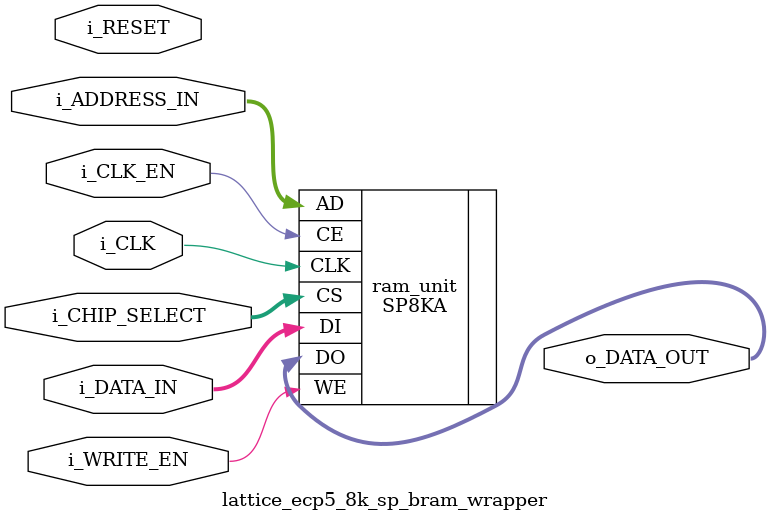
<source format=v>

module lattice_ecp5_8k_sp_bram_wrapper(
	input wire i_CLK,
	input wire i_CLK_EN,
	input wire i_WRITE_EN,
	input wire [2:0] i_CHIP_SELECT,
	input wire i_RESET,
	input wire [17:0] i_DATA_IN,
	input wire [12:0] i_ADDRESS_IN,
	output reg [17:0] o_DATA_OUT
);


SP8KA ram_unit(
	.CE(i_CLK_EN),
	.CLK(i_CLK),
	.WE(i_WRITE_EN),
	.CS(i_CHIP_SELECT),
	.DI(i_DATA_IN),
	.AD(i_ADDRESS_IN),
	.DO(o_DATA_OUT)
);
endmodule

</source>
